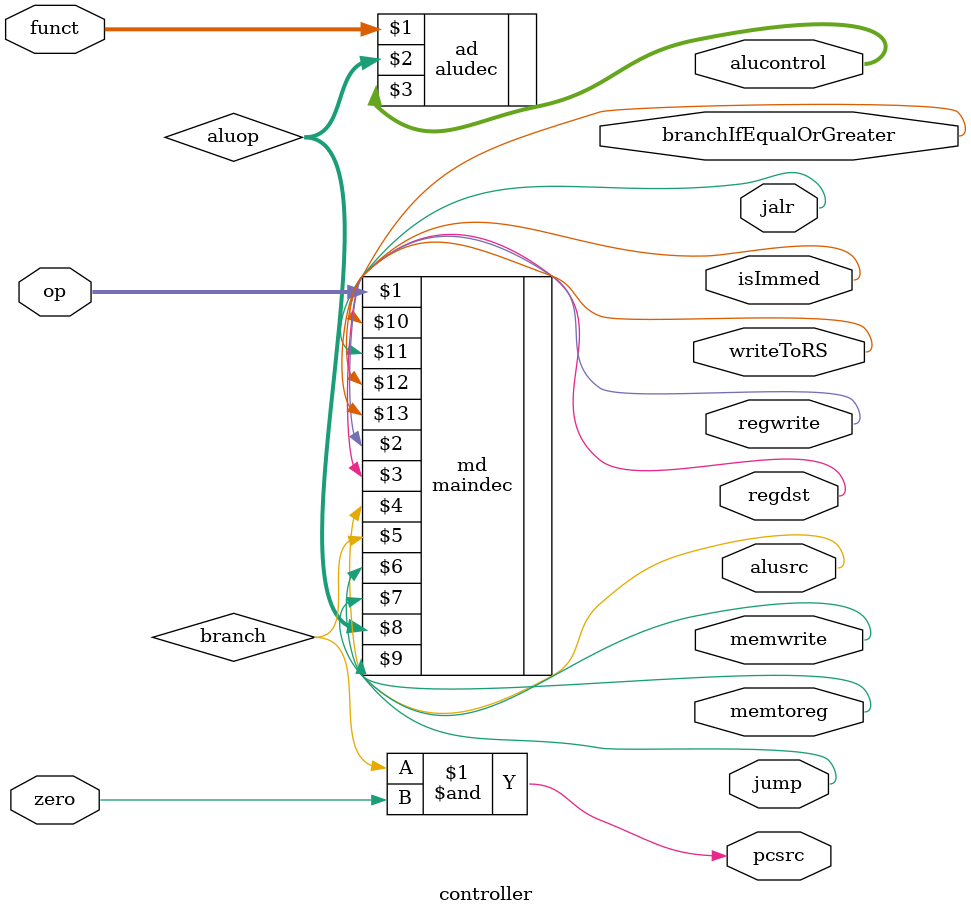
<source format=v>
`timescale 1ns / 1ps
module controller(input  [5:0] op, funct,
                  input        zero,
                  output       memtoreg, memwrite,
                  output       pcsrc, alusrc,
                  output       regdst, regwrite,
                  output       jump,
						
						output		 branchIfEqualOrGreater,
						output		 jalr,
						output		 isImmed, writeToRS,
						
                  output [2:0] alucontrol);

  wire [1:0] aluop;
  wire       branch;

  maindec md (op, regwrite, regdst, alusrc, branch,
             memwrite, memtoreg, aluop, jump, 
				 branchIfEqualOrGreater, jalr, isImmed, writeToRS);
  aludec  ad (funct, aluop, alucontrol);

  assign pcsrc = branch & zero;
endmodule
</source>
